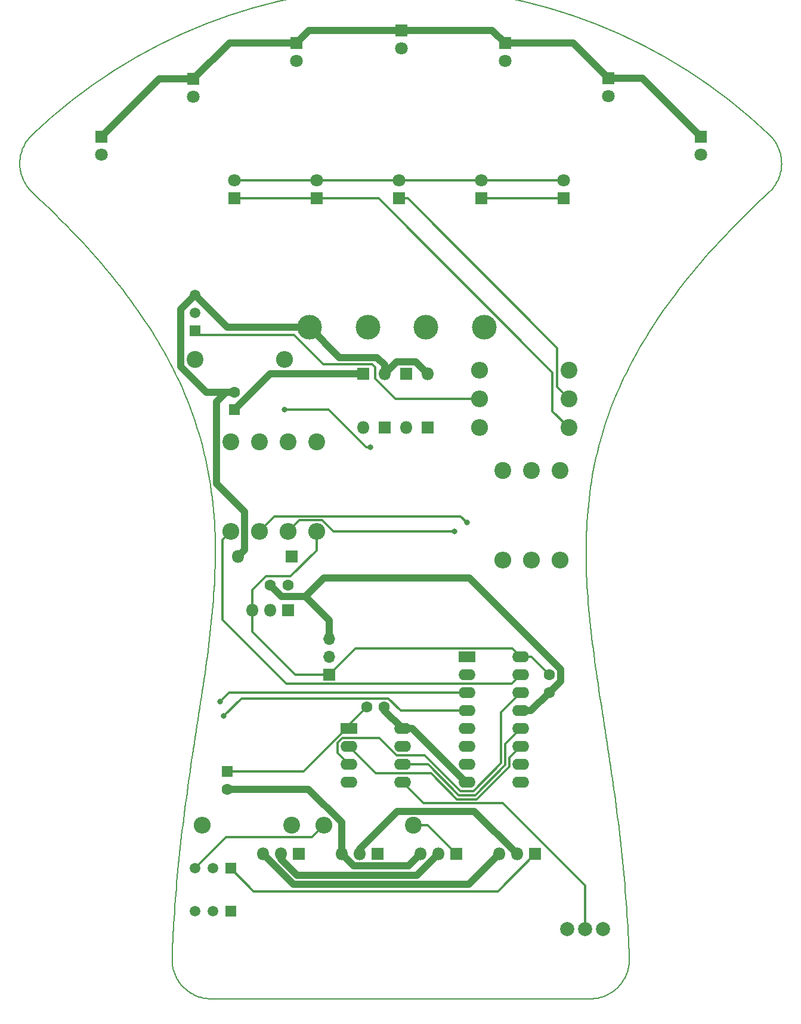
<source format=gbr>
G04 #@! TF.GenerationSoftware,KiCad,Pcbnew,(5.1.6)-1*
G04 #@! TF.CreationDate,2020-08-11T13:40:37+01:00*
G04 #@! TF.ProjectId,controller,636f6e74-726f-46c6-9c65-722e6b696361,rev?*
G04 #@! TF.SameCoordinates,Original*
G04 #@! TF.FileFunction,Copper,L1,Top*
G04 #@! TF.FilePolarity,Positive*
%FSLAX46Y46*%
G04 Gerber Fmt 4.6, Leading zero omitted, Abs format (unit mm)*
G04 Created by KiCad (PCBNEW (5.1.6)-1) date 2020-08-11 13:40:37*
%MOMM*%
%LPD*%
G01*
G04 APERTURE LIST*
G04 #@! TA.AperFunction,Profile*
%ADD10C,0.200000*%
G04 #@! TD*
G04 #@! TA.AperFunction,ComponentPad*
%ADD11R,1.700000X1.700000*%
G04 #@! TD*
G04 #@! TA.AperFunction,ComponentPad*
%ADD12O,1.700000X1.700000*%
G04 #@! TD*
G04 #@! TA.AperFunction,ComponentPad*
%ADD13C,1.600000*%
G04 #@! TD*
G04 #@! TA.AperFunction,ComponentPad*
%ADD14R,1.600000X1.600000*%
G04 #@! TD*
G04 #@! TA.AperFunction,ComponentPad*
%ADD15C,1.800000*%
G04 #@! TD*
G04 #@! TA.AperFunction,ComponentPad*
%ADD16R,1.800000X1.800000*%
G04 #@! TD*
G04 #@! TA.AperFunction,ComponentPad*
%ADD17O,1.800000X1.800000*%
G04 #@! TD*
G04 #@! TA.AperFunction,ComponentPad*
%ADD18C,3.500000*%
G04 #@! TD*
G04 #@! TA.AperFunction,ComponentPad*
%ADD19C,2.000000*%
G04 #@! TD*
G04 #@! TA.AperFunction,ComponentPad*
%ADD20R,1.520000X1.520000*%
G04 #@! TD*
G04 #@! TA.AperFunction,ComponentPad*
%ADD21C,1.520000*%
G04 #@! TD*
G04 #@! TA.AperFunction,ComponentPad*
%ADD22C,2.400000*%
G04 #@! TD*
G04 #@! TA.AperFunction,ComponentPad*
%ADD23O,2.400000X2.400000*%
G04 #@! TD*
G04 #@! TA.AperFunction,ComponentPad*
%ADD24O,2.400000X1.600000*%
G04 #@! TD*
G04 #@! TA.AperFunction,ComponentPad*
%ADD25R,2.400000X1.600000*%
G04 #@! TD*
G04 #@! TA.AperFunction,ViaPad*
%ADD26C,0.800000*%
G04 #@! TD*
G04 #@! TA.AperFunction,Conductor*
%ADD27C,1.000000*%
G04 #@! TD*
G04 #@! TA.AperFunction,Conductor*
%ADD28C,0.300000*%
G04 #@! TD*
G04 #@! TA.AperFunction,Conductor*
%ADD29C,0.350000*%
G04 #@! TD*
G04 APERTURE END LIST*
D10*
X145686549Y-63057868D02*
X145720763Y-62831959D01*
X145720763Y-62831959D02*
X145745701Y-62604626D01*
X145745701Y-62604626D02*
X145761358Y-62376319D01*
X145761358Y-62376319D02*
X145767730Y-62147490D01*
X145767730Y-62147490D02*
X145764815Y-61918591D01*
X145764815Y-61918591D02*
X145752610Y-61690074D01*
X145752610Y-61690074D02*
X145731109Y-61462390D01*
X145731109Y-61462390D02*
X145700312Y-61235991D01*
X62255540Y-145188824D02*
X62142623Y-145934420D01*
X62142623Y-145934420D02*
X62030322Y-146682999D01*
X62030322Y-146682999D02*
X61918730Y-147434623D01*
X61918730Y-147434623D02*
X61807944Y-148189359D01*
X61807944Y-148189359D02*
X61698058Y-148947271D01*
X61698058Y-148947271D02*
X61589167Y-149708424D01*
X61589167Y-149708424D02*
X61481368Y-150472882D01*
X61481368Y-150472882D02*
X61374755Y-151240711D01*
X61374755Y-151240711D02*
X61269423Y-152011975D01*
X61269423Y-152011975D02*
X61165468Y-152786739D01*
X61165468Y-152786739D02*
X61062985Y-153565068D01*
X61062985Y-153565068D02*
X60962069Y-154347027D01*
X60962069Y-154347027D02*
X60862816Y-155132681D01*
X60862816Y-155132681D02*
X60765320Y-155922094D01*
X60765320Y-155922094D02*
X60669677Y-156715331D01*
X60669677Y-156715331D02*
X60575983Y-157512457D01*
X60575983Y-157512457D02*
X60484331Y-158313537D01*
X60484331Y-158313537D02*
X60394819Y-159118636D01*
X60394819Y-159118636D02*
X60307540Y-159927818D01*
X60307540Y-159927818D02*
X60222591Y-160741148D01*
X60222591Y-160741148D02*
X60140066Y-161558692D01*
X60140066Y-161558692D02*
X60060060Y-162380514D01*
X60060060Y-162380514D02*
X59982670Y-163206678D01*
X59982670Y-163206678D02*
X59907989Y-164037251D01*
X59907989Y-164037251D02*
X59836115Y-164872295D01*
X59836115Y-164872295D02*
X59767140Y-165711877D01*
X59767140Y-165711877D02*
X59701162Y-166556061D01*
X59701162Y-166556061D02*
X59638275Y-167404912D01*
X59638275Y-167404912D02*
X59578574Y-168258494D01*
X59578574Y-168258494D02*
X59522155Y-169116873D01*
X59522155Y-169116873D02*
X59469113Y-169980114D01*
X59469113Y-169980114D02*
X59419543Y-170848281D01*
X39356251Y-58051339D02*
G75*
G02*
X144031637Y-58051339I52337693J-54916904D01*
G01*
X59463003Y-176542790D02*
X59530561Y-176757145D01*
X59530561Y-176757145D02*
X59606786Y-176968792D01*
X59606786Y-176968792D02*
X59691491Y-177177341D01*
X59691491Y-177177341D02*
X59784492Y-177382404D01*
X59784492Y-177382404D02*
X59885601Y-177583593D01*
X59885601Y-177583593D02*
X59994634Y-177780519D01*
X59994634Y-177780519D02*
X60111406Y-177972794D01*
X60111406Y-177972794D02*
X60235731Y-178160030D01*
X59419543Y-170848281D02*
X59406402Y-171090143D01*
X59406402Y-171090143D02*
X59393521Y-171332387D01*
X59393521Y-171332387D02*
X59380898Y-171575013D01*
X59380898Y-171575013D02*
X59368535Y-171818022D01*
X59368535Y-171818022D02*
X59356434Y-172061415D01*
X59356434Y-172061415D02*
X59344594Y-172305191D01*
X59344594Y-172305191D02*
X59333017Y-172549353D01*
X59333017Y-172549353D02*
X59321704Y-172793901D01*
X59321704Y-172793901D02*
X59310656Y-173038836D01*
X59310656Y-173038836D02*
X59299873Y-173284158D01*
X59299873Y-173284158D02*
X59289356Y-173529867D01*
X59289356Y-173529867D02*
X59279107Y-173775966D01*
X59279107Y-173775966D02*
X59269127Y-174022454D01*
X59269127Y-174022454D02*
X59259416Y-174269333D01*
X59259416Y-174269333D02*
X59249974Y-174516603D01*
X59249974Y-174516603D02*
X59240805Y-174764265D01*
X123924885Y-176542790D02*
X123983687Y-176325871D01*
X123983687Y-176325871D02*
X124033731Y-176106560D01*
X124033731Y-176106560D02*
X124074964Y-175885282D01*
X124074964Y-175885282D02*
X124107331Y-175662462D01*
X124107331Y-175662462D02*
X124130780Y-175438525D01*
X124130780Y-175438525D02*
X124145257Y-175213896D01*
X124145257Y-175213896D02*
X124150709Y-174989001D01*
X124150709Y-174989001D02*
X124147083Y-174764265D01*
X39417939Y-66216946D02*
X40264668Y-67006040D01*
X40264668Y-67006040D02*
X41094945Y-67792281D01*
X41094945Y-67792281D02*
X41908874Y-68575709D01*
X41908874Y-68575709D02*
X42706561Y-69356363D01*
X42706561Y-69356363D02*
X43488112Y-70134280D01*
X43488112Y-70134280D02*
X44253633Y-70909501D01*
X44253633Y-70909501D02*
X45003229Y-71682063D01*
X45003229Y-71682063D02*
X45737007Y-72452007D01*
X45737007Y-72452007D02*
X46455072Y-73219371D01*
X46455072Y-73219371D02*
X47157531Y-73984193D01*
X47157531Y-73984193D02*
X47844487Y-74746513D01*
X47844487Y-74746513D02*
X48516049Y-75506371D01*
X48516049Y-75506371D02*
X49172321Y-76263803D01*
X49172321Y-76263803D02*
X49813409Y-77018851D01*
X49813409Y-77018851D02*
X50439420Y-77771552D01*
X50439420Y-77771552D02*
X51050458Y-78521946D01*
X51050458Y-78521946D02*
X51646630Y-79270071D01*
X51646630Y-79270071D02*
X52228041Y-80015966D01*
X52228041Y-80015966D02*
X52794798Y-80759671D01*
X52794798Y-80759671D02*
X53347006Y-81501224D01*
X53347006Y-81501224D02*
X53884771Y-82240664D01*
X53884771Y-82240664D02*
X54408198Y-82978030D01*
X54408198Y-82978030D02*
X54917394Y-83713362D01*
X54917394Y-83713362D02*
X55412464Y-84446698D01*
X55412464Y-84446698D02*
X55893515Y-85178076D01*
X55893515Y-85178076D02*
X56360651Y-85907536D01*
X56360651Y-85907536D02*
X56813979Y-86635118D01*
X56813979Y-86635118D02*
X57253605Y-87360859D01*
X57253605Y-87360859D02*
X57679634Y-88084798D01*
X57679634Y-88084798D02*
X58092172Y-88806976D01*
X58092172Y-88806976D02*
X58491326Y-89527430D01*
X58491326Y-89527430D02*
X58877200Y-90246200D01*
X121908070Y-179450288D02*
X122085182Y-179311923D01*
X122085182Y-179311923D02*
X122256719Y-179166392D01*
X122256719Y-179166392D02*
X122422382Y-179014003D01*
X122422382Y-179014003D02*
X122581874Y-178855067D01*
X122581874Y-178855067D02*
X122734896Y-178689892D01*
X122734896Y-178689892D02*
X122881149Y-178518788D01*
X122881149Y-178518788D02*
X123020335Y-178342064D01*
X123020335Y-178342064D02*
X123152157Y-178160030D01*
X118550799Y-180568242D02*
X118775518Y-180563680D01*
X118775518Y-180563680D02*
X119000066Y-180550040D01*
X119000066Y-180550040D02*
X119224018Y-180527390D01*
X119224018Y-180527390D02*
X119446952Y-180495800D01*
X119446952Y-180495800D02*
X119668445Y-180455338D01*
X119668445Y-180455338D02*
X119888074Y-180406074D01*
X119888074Y-180406074D02*
X120105417Y-180348074D01*
X120105417Y-180348074D02*
X120320050Y-180281410D01*
X61479818Y-179450288D02*
X61662400Y-179581349D01*
X61662400Y-179581349D02*
X61850294Y-179705047D01*
X61850294Y-179705047D02*
X62043118Y-179821181D01*
X62043118Y-179821181D02*
X62240490Y-179929551D01*
X62240490Y-179929551D02*
X62442030Y-180029959D01*
X62442030Y-180029959D02*
X62647355Y-180122204D01*
X62647355Y-180122204D02*
X62856085Y-180206088D01*
X62856085Y-180206088D02*
X63067838Y-180281410D01*
X65354190Y-119223991D02*
X65329556Y-120019837D01*
X65329556Y-120019837D02*
X65297695Y-120815483D01*
X65297695Y-120815483D02*
X65258866Y-121611048D01*
X65258866Y-121611048D02*
X65213323Y-122406652D01*
X65213323Y-122406652D02*
X65161325Y-123202416D01*
X65161325Y-123202416D02*
X65103128Y-123998461D01*
X65103128Y-123998461D02*
X65038989Y-124794906D01*
X65038989Y-124794906D02*
X64969164Y-125591874D01*
X64969164Y-125591874D02*
X64893911Y-126389483D01*
X64893911Y-126389483D02*
X64813486Y-127187855D01*
X64813486Y-127187855D02*
X64728146Y-127987109D01*
X64728146Y-127987109D02*
X64638148Y-128787368D01*
X64638148Y-128787368D02*
X64543750Y-129588750D01*
X64543750Y-129588750D02*
X64445206Y-130391377D01*
X64445206Y-130391377D02*
X64342776Y-131195368D01*
X64342776Y-131195368D02*
X64236715Y-132000846D01*
X64236715Y-132000846D02*
X64127279Y-132807929D01*
X64127279Y-132807929D02*
X64014727Y-133616738D01*
X64014727Y-133616738D02*
X63899315Y-134427395D01*
X63899315Y-134427395D02*
X63781299Y-135240018D01*
X63781299Y-135240018D02*
X63660937Y-136054730D01*
X63660937Y-136054730D02*
X63538485Y-136871650D01*
X63538485Y-136871650D02*
X63414201Y-137690900D01*
X63414201Y-137690900D02*
X63288340Y-138512598D01*
X63288340Y-138512598D02*
X63161160Y-139336867D01*
X63161160Y-139336867D02*
X63032918Y-140163825D01*
X63032918Y-140163825D02*
X62903871Y-140993595D01*
X62903871Y-140993595D02*
X62774274Y-141826296D01*
X62774274Y-141826296D02*
X62644386Y-142662049D01*
X62644386Y-142662049D02*
X62514463Y-143500974D01*
X62514463Y-143500974D02*
X62384762Y-144343192D01*
X62384762Y-144343192D02*
X62255540Y-145188824D01*
X122138302Y-95298900D02*
X122437237Y-94586586D01*
X122437237Y-94586586D02*
X122748557Y-93872817D01*
X122748557Y-93872817D02*
X123072389Y-93157555D01*
X123072389Y-93157555D02*
X123408857Y-92440760D01*
X123408857Y-92440760D02*
X123758089Y-91722391D01*
X123758089Y-91722391D02*
X124120210Y-91002411D01*
X124120210Y-91002411D02*
X124495346Y-90280778D01*
X124495346Y-90280778D02*
X124883623Y-89557455D01*
X124883623Y-89557455D02*
X125285168Y-88832400D01*
X125285168Y-88832400D02*
X125700106Y-88105575D01*
X125700106Y-88105575D02*
X126128564Y-87376940D01*
X126128564Y-87376940D02*
X126570668Y-86646456D01*
X126570668Y-86646456D02*
X127026543Y-85914083D01*
X127026543Y-85914083D02*
X127496316Y-85179782D01*
X127496316Y-85179782D02*
X127980112Y-84443512D01*
X127980112Y-84443512D02*
X128478059Y-83705235D01*
X128478059Y-83705235D02*
X128990281Y-82964912D01*
X128990281Y-82964912D02*
X129516906Y-82222502D01*
X129516906Y-82222502D02*
X130058058Y-81477966D01*
X130058058Y-81477966D02*
X130613865Y-80731264D01*
X130613865Y-80731264D02*
X131184451Y-79982358D01*
X131184451Y-79982358D02*
X131769944Y-79231207D01*
X131769944Y-79231207D02*
X132370470Y-78477772D01*
X132370470Y-78477772D02*
X132986153Y-77722014D01*
X132986153Y-77722014D02*
X133617121Y-76963893D01*
X133617121Y-76963893D02*
X134263499Y-76203369D01*
X134263499Y-76203369D02*
X134925414Y-75440404D01*
X134925414Y-75440404D02*
X135602992Y-74674957D01*
X135602992Y-74674957D02*
X136296358Y-73906989D01*
X136296358Y-73906989D02*
X137005639Y-73136460D01*
X137005639Y-73136460D02*
X137730961Y-72363332D01*
X137730961Y-72363332D02*
X138472450Y-71587564D01*
X120320050Y-180281410D02*
X120531802Y-180206088D01*
X120531802Y-180206088D02*
X120740532Y-180122204D01*
X120740532Y-180122204D02*
X120945857Y-180029959D01*
X120945857Y-180029959D02*
X121147397Y-179929551D01*
X121147397Y-179929551D02*
X121344769Y-179821181D01*
X121344769Y-179821181D02*
X121537593Y-179705047D01*
X121537593Y-179705047D02*
X121725487Y-179581349D01*
X121725487Y-179581349D02*
X121908070Y-179450288D01*
X118155210Y-122056872D02*
X118110681Y-121235843D01*
X118110681Y-121235843D02*
X118073652Y-120414529D01*
X118073652Y-120414529D02*
X118044463Y-119592862D01*
X118044463Y-119592862D02*
X118023454Y-118770772D01*
X118023454Y-118770772D02*
X118010966Y-117948190D01*
X118010966Y-117948190D02*
X118007338Y-117125045D01*
X118007338Y-117125045D02*
X118012911Y-116301270D01*
X118012911Y-116301270D02*
X118028026Y-115476794D01*
X118028026Y-115476794D02*
X118053024Y-114651548D01*
X118053024Y-114651548D02*
X118088243Y-113825463D01*
X118088243Y-113825463D02*
X118134026Y-112998469D01*
X118134026Y-112998469D02*
X118190711Y-112170498D01*
X118190711Y-112170498D02*
X118258640Y-111341479D01*
X118258640Y-111341479D02*
X118338154Y-110511343D01*
X118338154Y-110511343D02*
X118429591Y-109680022D01*
X118429591Y-109680022D02*
X118533294Y-108847445D01*
X118533294Y-108847445D02*
X118649601Y-108013544D01*
X118649601Y-108013544D02*
X118778854Y-107178248D01*
X118778854Y-107178248D02*
X118921393Y-106341489D01*
X118921393Y-106341489D02*
X119077559Y-105503198D01*
X119077559Y-105503198D02*
X119247691Y-104663304D01*
X119247691Y-104663304D02*
X119432130Y-103821739D01*
X119432130Y-103821739D02*
X119631217Y-102978433D01*
X119631217Y-102978433D02*
X119845292Y-102133317D01*
X119845292Y-102133317D02*
X120074695Y-101286321D01*
X120074695Y-101286321D02*
X120319767Y-100437376D01*
X120319767Y-100437376D02*
X120580847Y-99586414D01*
X120580847Y-99586414D02*
X120858278Y-98733363D01*
X120858278Y-98733363D02*
X121152398Y-97878156D01*
X121152398Y-97878156D02*
X121463548Y-97020723D01*
X121463548Y-97020723D02*
X121792069Y-96160994D01*
X121792069Y-96160994D02*
X122138302Y-95298900D01*
X37701339Y-63057868D02*
X37744850Y-63282172D01*
X37744850Y-63282172D02*
X37797579Y-63504710D01*
X37797579Y-63504710D02*
X37859378Y-63725054D01*
X37859378Y-63725054D02*
X37930099Y-63942778D01*
X37930099Y-63942778D02*
X38009593Y-64157454D01*
X38009593Y-64157454D02*
X38097711Y-64368654D01*
X38097711Y-64368654D02*
X38194305Y-64575952D01*
X38194305Y-64575952D02*
X38299226Y-64778921D01*
X121633344Y-148544940D02*
X121505377Y-147674690D01*
X121505377Y-147674690D02*
X121376138Y-146808436D01*
X121376138Y-146808436D02*
X121245879Y-145946053D01*
X121245879Y-145946053D02*
X121114852Y-145087416D01*
X121114852Y-145087416D02*
X120983307Y-144232398D01*
X120983307Y-144232398D02*
X120851497Y-143380875D01*
X120851497Y-143380875D02*
X120719672Y-142532721D01*
X120719672Y-142532721D02*
X120588085Y-141687811D01*
X120588085Y-141687811D02*
X120456988Y-140846018D01*
X120456988Y-140846018D02*
X120326630Y-140007218D01*
X120326630Y-140007218D02*
X120197265Y-139171286D01*
X120197265Y-139171286D02*
X120069143Y-138338095D01*
X120069143Y-138338095D02*
X119942516Y-137507520D01*
X119942516Y-137507520D02*
X119817636Y-136679437D01*
X119817636Y-136679437D02*
X119694754Y-135853719D01*
X119694754Y-135853719D02*
X119574122Y-135030241D01*
X119574122Y-135030241D02*
X119455991Y-134208877D01*
X119455991Y-134208877D02*
X119340613Y-133389503D01*
X119340613Y-133389503D02*
X119228239Y-132571992D01*
X119228239Y-132571992D02*
X119119121Y-131756219D01*
X119119121Y-131756219D02*
X119013510Y-130942060D01*
X119013510Y-130942060D02*
X118911658Y-130129387D01*
X118911658Y-130129387D02*
X118813816Y-129318077D01*
X118813816Y-129318077D02*
X118720236Y-128508003D01*
X118720236Y-128508003D02*
X118631170Y-127699040D01*
X118631170Y-127699040D02*
X118546868Y-126891063D01*
X118546868Y-126891063D02*
X118467583Y-126083946D01*
X118467583Y-126083946D02*
X118393566Y-125277563D01*
X118393566Y-125277563D02*
X118325069Y-124471790D01*
X118325069Y-124471790D02*
X118262343Y-123666501D01*
X118262343Y-123666501D02*
X118205639Y-122861570D01*
X118205639Y-122861570D02*
X118155210Y-122056872D01*
X59240805Y-174764265D02*
X59237178Y-174989001D01*
X59237178Y-174989001D02*
X59242630Y-175213896D01*
X59242630Y-175213896D02*
X59257107Y-175438525D01*
X59257107Y-175438525D02*
X59280556Y-175662462D01*
X59280556Y-175662462D02*
X59312923Y-175885282D01*
X59312923Y-175885282D02*
X59354156Y-176106560D01*
X59354156Y-176106560D02*
X59404200Y-176325871D01*
X59404200Y-176325871D02*
X59463003Y-176542790D01*
X39356251Y-58051339D02*
X39194128Y-58212362D01*
X39194128Y-58212362D02*
X39038611Y-58380054D01*
X39038611Y-58380054D02*
X38889970Y-58554055D01*
X38889970Y-58554055D02*
X38748477Y-58734004D01*
X38748477Y-58734004D02*
X38614401Y-58919543D01*
X38614401Y-58919543D02*
X38488014Y-59110312D01*
X38488014Y-59110312D02*
X38369587Y-59305951D01*
X38369587Y-59305951D02*
X38259391Y-59506101D01*
X138472450Y-71587564D02*
X138632794Y-71421659D01*
X138632794Y-71421659D02*
X138793871Y-71255632D01*
X138793871Y-71255632D02*
X138955681Y-71089485D01*
X138955681Y-71089485D02*
X139118226Y-70923215D01*
X139118226Y-70923215D02*
X139281505Y-70756822D01*
X139281505Y-70756822D02*
X139445519Y-70590308D01*
X139445519Y-70590308D02*
X139610269Y-70423670D01*
X139610269Y-70423670D02*
X139775755Y-70256909D01*
X139775755Y-70256909D02*
X139941979Y-70090025D01*
X139941979Y-70090025D02*
X140108940Y-69923017D01*
X140108940Y-69923017D02*
X140276639Y-69755885D01*
X140276639Y-69755885D02*
X140445077Y-69588629D01*
X140445077Y-69588629D02*
X140614255Y-69421248D01*
X140614255Y-69421248D02*
X140784173Y-69253742D01*
X140784173Y-69253742D02*
X140954831Y-69086111D01*
X140954831Y-69086111D02*
X141126231Y-68918355D01*
X141126231Y-68918355D02*
X141298373Y-68750472D01*
X141298373Y-68750472D02*
X141471258Y-68582464D01*
X141471258Y-68582464D02*
X141644885Y-68414329D01*
X141644885Y-68414329D02*
X141819256Y-68246068D01*
X141819256Y-68246068D02*
X141994372Y-68077680D01*
X141994372Y-68077680D02*
X142170233Y-67909164D01*
X142170233Y-67909164D02*
X142346839Y-67740521D01*
X142346839Y-67740521D02*
X142524191Y-67571750D01*
X142524191Y-67571750D02*
X142702291Y-67402851D01*
X142702291Y-67402851D02*
X142881137Y-67233823D01*
X142881137Y-67233823D02*
X143060732Y-67064667D01*
X143060732Y-67064667D02*
X143241076Y-66895382D01*
X143241076Y-66895382D02*
X143422168Y-66725968D01*
X143422168Y-66725968D02*
X143604011Y-66556424D01*
X143604011Y-66556424D02*
X143786604Y-66386750D01*
X143786604Y-66386750D02*
X143969949Y-66216946D01*
X38299226Y-64778921D02*
X38412433Y-64977383D01*
X38412433Y-64977383D02*
X38533802Y-65171210D01*
X38533802Y-65171210D02*
X38663057Y-65360048D01*
X38663057Y-65360048D02*
X38799920Y-65543540D01*
X38799920Y-65543540D02*
X38944116Y-65721331D01*
X38944116Y-65721331D02*
X39095369Y-65893066D01*
X39095369Y-65893066D02*
X39253402Y-66058390D01*
X39253402Y-66058390D02*
X39417939Y-66216946D01*
X123152157Y-178160030D02*
X123276481Y-177972794D01*
X123276481Y-177972794D02*
X123393253Y-177780519D01*
X123393253Y-177780519D02*
X123502286Y-177583593D01*
X123502286Y-177583593D02*
X123603396Y-177382404D01*
X123603396Y-177382404D02*
X123696396Y-177177341D01*
X123696396Y-177177341D02*
X123781101Y-176968792D01*
X123781101Y-176968792D02*
X123857326Y-176757145D01*
X123857326Y-176757145D02*
X123924885Y-176542790D01*
X145700312Y-61235991D02*
X145660194Y-61011054D01*
X145660194Y-61011054D02*
X145610833Y-60787745D01*
X145610833Y-60787745D02*
X145552370Y-60566492D01*
X145552370Y-60566492D02*
X145484947Y-60347725D01*
X145484947Y-60347725D02*
X145408706Y-60131872D01*
X145408706Y-60131872D02*
X145323789Y-59919365D01*
X145323789Y-59919365D02*
X145230339Y-59710631D01*
X145230339Y-59710631D02*
X145128497Y-59506101D01*
X143969949Y-66216946D02*
X144134485Y-66058390D01*
X144134485Y-66058390D02*
X144292518Y-65893066D01*
X144292518Y-65893066D02*
X144443771Y-65721331D01*
X144443771Y-65721331D02*
X144587967Y-65543540D01*
X144587967Y-65543540D02*
X144724830Y-65360048D01*
X144724830Y-65360048D02*
X144854085Y-65171210D01*
X144854085Y-65171210D02*
X144975454Y-64977383D01*
X144975454Y-64977383D02*
X145088662Y-64778921D01*
X124147083Y-174764265D02*
X124112697Y-173874737D01*
X124112697Y-173874737D02*
X124074630Y-172990324D01*
X124074630Y-172990324D02*
X124032963Y-172110969D01*
X124032963Y-172110969D02*
X123987780Y-171236612D01*
X123987780Y-171236612D02*
X123939164Y-170367193D01*
X123939164Y-170367193D02*
X123887199Y-169502656D01*
X123887199Y-169502656D02*
X123831968Y-168642939D01*
X123831968Y-168642939D02*
X123773554Y-167787986D01*
X123773554Y-167787986D02*
X123712041Y-166937736D01*
X123712041Y-166937736D02*
X123647511Y-166092131D01*
X123647511Y-166092131D02*
X123580048Y-165251113D01*
X123580048Y-165251113D02*
X123509736Y-164414622D01*
X123509736Y-164414622D02*
X123436658Y-163582599D01*
X123436658Y-163582599D02*
X123360896Y-162754986D01*
X123360896Y-162754986D02*
X123282535Y-161931724D01*
X123282535Y-161931724D02*
X123201657Y-161112754D01*
X123201657Y-161112754D02*
X123118346Y-160298017D01*
X123118346Y-160298017D02*
X123032685Y-159487455D01*
X123032685Y-159487455D02*
X122944758Y-158681008D01*
X122944758Y-158681008D02*
X122854647Y-157878617D01*
X122854647Y-157878617D02*
X122762437Y-157080225D01*
X122762437Y-157080225D02*
X122668209Y-156285771D01*
X122668209Y-156285771D02*
X122572049Y-155495198D01*
X122572049Y-155495198D02*
X122474038Y-154708446D01*
X122474038Y-154708446D02*
X122374260Y-153925457D01*
X122374260Y-153925457D02*
X122272799Y-153146171D01*
X122272799Y-153146171D02*
X122169738Y-152370530D01*
X122169738Y-152370530D02*
X122065160Y-151598475D01*
X122065160Y-151598475D02*
X121959148Y-150829948D01*
X121959148Y-150829948D02*
X121851786Y-150064888D01*
X121851786Y-150064888D02*
X121743156Y-149303239D01*
X121743156Y-149303239D02*
X121633344Y-148544940D01*
X145128497Y-59506101D02*
X145018300Y-59305951D01*
X145018300Y-59305951D02*
X144899873Y-59110312D01*
X144899873Y-59110312D02*
X144773486Y-58919543D01*
X144773486Y-58919543D02*
X144639410Y-58734004D01*
X144639410Y-58734004D02*
X144497917Y-58554055D01*
X144497917Y-58554055D02*
X144349276Y-58380054D01*
X144349276Y-58380054D02*
X144193759Y-58212362D01*
X144193759Y-58212362D02*
X144031637Y-58051339D01*
X38259391Y-59506101D02*
X38157548Y-59710631D01*
X38157548Y-59710631D02*
X38064098Y-59919365D01*
X38064098Y-59919365D02*
X37979181Y-60131872D01*
X37979181Y-60131872D02*
X37902940Y-60347725D01*
X37902940Y-60347725D02*
X37835517Y-60566492D01*
X37835517Y-60566492D02*
X37777054Y-60787745D01*
X37777054Y-60787745D02*
X37727693Y-61011054D01*
X37727693Y-61011054D02*
X37687576Y-61235991D01*
X37687576Y-61235991D02*
X37656778Y-61462390D01*
X37656778Y-61462390D02*
X37635277Y-61690074D01*
X37635277Y-61690074D02*
X37623072Y-61918591D01*
X37623072Y-61918591D02*
X37620157Y-62147490D01*
X37620157Y-62147490D02*
X37626529Y-62376319D01*
X37626529Y-62376319D02*
X37642186Y-62604626D01*
X37642186Y-62604626D02*
X37667124Y-62831959D01*
X37667124Y-62831959D02*
X37701339Y-63057868D01*
X64837089Y-180568242D02*
X118550799Y-180568242D01*
X63067838Y-180281410D02*
X63282470Y-180348074D01*
X63282470Y-180348074D02*
X63499813Y-180406074D01*
X63499813Y-180406074D02*
X63719442Y-180455338D01*
X63719442Y-180455338D02*
X63940935Y-180495800D01*
X63940935Y-180495800D02*
X64163869Y-180527390D01*
X64163869Y-180527390D02*
X64387821Y-180550040D01*
X64387821Y-180550040D02*
X64612369Y-180563680D01*
X64612369Y-180563680D02*
X64837089Y-180568242D01*
X145088662Y-64778921D02*
X145193582Y-64575952D01*
X145193582Y-64575952D02*
X145290176Y-64368654D01*
X145290176Y-64368654D02*
X145378294Y-64157454D01*
X145378294Y-64157454D02*
X145457788Y-63942778D01*
X145457788Y-63942778D02*
X145528509Y-63725054D01*
X145528509Y-63725054D02*
X145590308Y-63504710D01*
X145590308Y-63504710D02*
X145643037Y-63282172D01*
X145643037Y-63282172D02*
X145686549Y-63057868D01*
X60235731Y-178160030D02*
X60367552Y-178342064D01*
X60367552Y-178342064D02*
X60506738Y-178518788D01*
X60506738Y-178518788D02*
X60652991Y-178689892D01*
X60652991Y-178689892D02*
X60806013Y-178855067D01*
X60806013Y-178855067D02*
X60965505Y-179014003D01*
X60965505Y-179014003D02*
X61131168Y-179166392D01*
X61131168Y-179166392D02*
X61302705Y-179311923D01*
X61302705Y-179311923D02*
X61479818Y-179450288D01*
X58877200Y-90246200D02*
X59363340Y-91186366D01*
X59363340Y-91186366D02*
X59827105Y-92123562D01*
X59827105Y-92123562D02*
X60268902Y-93057862D01*
X60268902Y-93057862D02*
X60689138Y-93989339D01*
X60689138Y-93989339D02*
X61088220Y-94918068D01*
X61088220Y-94918068D02*
X61466555Y-95844122D01*
X61466555Y-95844122D02*
X61824550Y-96767574D01*
X61824550Y-96767574D02*
X62162611Y-97688498D01*
X62162611Y-97688498D02*
X62481146Y-98606969D01*
X62481146Y-98606969D02*
X62780562Y-99523059D01*
X62780562Y-99523059D02*
X63061265Y-100436842D01*
X63061265Y-100436842D02*
X63323663Y-101348392D01*
X63323663Y-101348392D02*
X63568162Y-102257784D01*
X63568162Y-102257784D02*
X63795170Y-103165090D01*
X63795170Y-103165090D02*
X64005093Y-104070384D01*
X64005093Y-104070384D02*
X64198339Y-104973739D01*
X64198339Y-104973739D02*
X64375314Y-105875231D01*
X64375314Y-105875231D02*
X64536425Y-106774932D01*
X64536425Y-106774932D02*
X64682080Y-107672915D01*
X64682080Y-107672915D02*
X64812684Y-108569256D01*
X64812684Y-108569256D02*
X64928646Y-109464027D01*
X64928646Y-109464027D02*
X65030372Y-110357301D01*
X65030372Y-110357301D02*
X65118269Y-111249154D01*
X65118269Y-111249154D02*
X65192744Y-112139658D01*
X65192744Y-112139658D02*
X65254205Y-113028888D01*
X65254205Y-113028888D02*
X65303057Y-113916916D01*
X65303057Y-113916916D02*
X65339708Y-114803817D01*
X65339708Y-114803817D02*
X65364564Y-115689664D01*
X65364564Y-115689664D02*
X65378034Y-116574532D01*
X65378034Y-116574532D02*
X65380524Y-117458493D01*
X65380524Y-117458493D02*
X65372440Y-118341621D01*
X65372440Y-118341621D02*
X65354190Y-119223991D01*
D11*
X81534000Y-134620000D03*
D12*
X81534000Y-132080000D03*
X81534000Y-129540000D03*
D13*
X73192000Y-121920000D03*
X75692000Y-121920000D03*
D14*
X68072000Y-97028000D03*
D13*
X68072000Y-94528000D03*
X112776000Y-134620000D03*
X112776000Y-137120000D03*
X67056000Y-150836000D03*
D14*
X67056000Y-148336000D03*
D13*
X89368000Y-139192000D03*
X86868000Y-139192000D03*
D15*
X91440000Y-64516000D03*
D16*
X91440000Y-67056000D03*
D17*
X68580000Y-117856000D03*
D16*
X76200000Y-117856000D03*
D15*
X49174400Y-60858400D03*
D16*
X49174400Y-58318400D03*
X62280800Y-50114200D03*
D15*
X62280800Y-52654200D03*
X76885800Y-47523400D03*
D16*
X76885800Y-44983400D03*
D15*
X106502200Y-47599600D03*
D16*
X106502200Y-45059600D03*
X121132600Y-50038000D03*
D15*
X121132600Y-52578000D03*
X134289800Y-60833000D03*
D16*
X134289800Y-58293000D03*
D17*
X92456000Y-99568000D03*
D16*
X92456000Y-91948000D03*
D15*
X114808000Y-64516000D03*
D16*
X114808000Y-67056000D03*
X95504000Y-99568000D03*
D17*
X95504000Y-91948000D03*
D16*
X68072000Y-67056000D03*
D15*
X68072000Y-64516000D03*
D17*
X86360000Y-99568000D03*
D16*
X86360000Y-91948000D03*
X89408000Y-99568000D03*
D17*
X89408000Y-91948000D03*
D16*
X103124000Y-67056000D03*
D15*
X103124000Y-64516000D03*
X91770200Y-45770800D03*
D16*
X91770200Y-43230800D03*
X79756000Y-67056000D03*
D15*
X79756000Y-64516000D03*
D18*
X78740000Y-85344000D03*
X87010000Y-85344000D03*
X95280000Y-85344000D03*
X103550000Y-85344000D03*
D19*
X115316000Y-170688000D03*
X120396000Y-170688000D03*
X117856000Y-170688000D03*
D16*
X77216000Y-160020000D03*
D17*
X74676000Y-160020000D03*
X72136000Y-160020000D03*
X105664000Y-160020000D03*
X108204000Y-160020000D03*
D16*
X110744000Y-160020000D03*
D20*
X67564000Y-168148000D03*
D21*
X62484000Y-168148000D03*
X65024000Y-168148000D03*
X65024000Y-162052000D03*
X62484000Y-162052000D03*
D20*
X67564000Y-162052000D03*
D17*
X94488000Y-160020000D03*
X97028000Y-160020000D03*
D16*
X99568000Y-160020000D03*
X88392000Y-160020000D03*
D17*
X85852000Y-160020000D03*
X83312000Y-160020000D03*
D20*
X62484000Y-85852000D03*
D21*
X62484000Y-80772000D03*
X62484000Y-83312000D03*
D22*
X115570000Y-99568000D03*
D23*
X102870000Y-99568000D03*
D22*
X115570000Y-95504000D03*
D23*
X102870000Y-95504000D03*
X102870000Y-91440000D03*
D22*
X115570000Y-91440000D03*
D23*
X63500000Y-155956000D03*
D22*
X76200000Y-155956000D03*
X93472000Y-155956000D03*
D23*
X80772000Y-155956000D03*
X67564000Y-114300000D03*
D22*
X67564000Y-101600000D03*
D23*
X71628000Y-114300000D03*
D22*
X71628000Y-101600000D03*
X75692000Y-101600000D03*
D23*
X75692000Y-114300000D03*
X106172000Y-118364000D03*
D22*
X106172000Y-105664000D03*
X110236000Y-105664000D03*
D23*
X110236000Y-118364000D03*
X114300000Y-118364000D03*
D22*
X114300000Y-105664000D03*
D23*
X75184000Y-89916000D03*
D22*
X62484000Y-89916000D03*
X79756000Y-101600000D03*
D23*
X79756000Y-114300000D03*
D17*
X70612000Y-125476000D03*
X73152000Y-125476000D03*
D16*
X75692000Y-125476000D03*
D24*
X91948000Y-142240000D03*
X84328000Y-149860000D03*
X91948000Y-144780000D03*
X84328000Y-147320000D03*
X91948000Y-147320000D03*
X84328000Y-144780000D03*
X91948000Y-149860000D03*
D25*
X84328000Y-142240000D03*
D24*
X108712000Y-132080000D03*
X101092000Y-149860000D03*
X108712000Y-134620000D03*
X101092000Y-147320000D03*
X108712000Y-137160000D03*
X101092000Y-144780000D03*
X108712000Y-139700000D03*
X101092000Y-142240000D03*
X108712000Y-142240000D03*
X101092000Y-139700000D03*
X108712000Y-144780000D03*
X101092000Y-137160000D03*
X108712000Y-147320000D03*
X101092000Y-134620000D03*
X108712000Y-149860000D03*
D25*
X101092000Y-132080000D03*
D26*
X66548000Y-140462000D03*
X66040000Y-138430000D03*
X101092000Y-113030000D03*
X99314000Y-114300000D03*
X87376000Y-102362000D03*
X75184000Y-97028000D03*
D27*
X91108001Y-90247999D02*
X89408000Y-91948000D01*
X93803999Y-90247999D02*
X91108001Y-90247999D01*
X95504000Y-91948000D02*
X93803999Y-90247999D01*
X67056000Y-85344000D02*
X62484000Y-80772000D01*
X78740000Y-85344000D02*
X67056000Y-85344000D01*
X60483999Y-82772001D02*
X62484000Y-80772000D01*
X64135998Y-94528000D02*
X60483999Y-90876001D01*
X60483999Y-90876001D02*
X60483999Y-82772001D01*
X68072000Y-94528000D02*
X64135998Y-94528000D01*
X78638400Y-43230800D02*
X76885800Y-44983400D01*
X91770200Y-43230800D02*
X78638400Y-43230800D01*
X67411600Y-44983400D02*
X62280800Y-50114200D01*
X76885800Y-44983400D02*
X67411600Y-44983400D01*
X57378600Y-50114200D02*
X49174400Y-58318400D01*
X62280800Y-50114200D02*
X57378600Y-50114200D01*
X104673400Y-43230800D02*
X106502200Y-45059600D01*
X91770200Y-43230800D02*
X104673400Y-43230800D01*
X116154200Y-45059600D02*
X121132600Y-50038000D01*
X106502200Y-45059600D02*
X116154200Y-45059600D01*
X126034800Y-50038000D02*
X134289800Y-58293000D01*
X121132600Y-50038000D02*
X126034800Y-50038000D01*
X89408000Y-90675208D02*
X89408000Y-91948000D01*
X78740000Y-85344000D02*
X82993988Y-89597988D01*
X88330780Y-89597988D02*
X89408000Y-90675208D01*
X82993988Y-89597988D02*
X88330780Y-89597988D01*
X78155999Y-123520001D02*
X80772000Y-120904000D01*
X74792001Y-123520001D02*
X78155999Y-123520001D01*
X73192000Y-121920000D02*
X74792001Y-123520001D01*
X69564001Y-116871999D02*
X68580000Y-117856000D01*
X69564001Y-111483533D02*
X69564001Y-116871999D01*
X65563999Y-95904631D02*
X65563999Y-107483531D01*
X65563999Y-107483531D02*
X69564001Y-111483533D01*
X66940630Y-94528000D02*
X65563999Y-95904631D01*
X68072000Y-94528000D02*
X66940630Y-94528000D01*
X110196000Y-139700000D02*
X112776000Y-137120000D01*
X108712000Y-139700000D02*
X110196000Y-139700000D01*
X114376001Y-135519999D02*
X112776000Y-137120000D01*
X114376001Y-133851999D02*
X114376001Y-135519999D01*
X101428002Y-120904000D02*
X114376001Y-133851999D01*
X80772000Y-120904000D02*
X101428002Y-120904000D01*
X89368000Y-139660000D02*
X91948000Y-142240000D01*
X89368000Y-139192000D02*
X89368000Y-139660000D01*
X83312000Y-155535998D02*
X83312000Y-160020000D01*
X78612002Y-150836000D02*
X83312000Y-155535998D01*
X67056000Y-150836000D02*
X78612002Y-150836000D01*
X92787999Y-161720001D02*
X94488000Y-160020000D01*
X85035999Y-161720001D02*
X92787999Y-161720001D01*
X83335998Y-160020000D02*
X85035999Y-161720001D01*
X83312000Y-160020000D02*
X83335998Y-160020000D01*
X93291518Y-142240000D02*
X91948000Y-142240000D01*
X100911518Y-149860000D02*
X93291518Y-142240000D01*
X101092000Y-149860000D02*
X100911518Y-149860000D01*
X81534000Y-126898002D02*
X78155999Y-123520001D01*
X81534000Y-129540000D02*
X81534000Y-126898002D01*
D28*
X68072000Y-64516000D02*
X79756000Y-64516000D01*
X79756000Y-64516000D02*
X91440000Y-64516000D01*
X91440000Y-64516000D02*
X103124000Y-64516000D01*
X103124000Y-64516000D02*
X114808000Y-64516000D01*
X84328000Y-141732000D02*
X86868000Y-139192000D01*
X84328000Y-142240000D02*
X84328000Y-141732000D01*
X70612000Y-122612998D02*
X70612000Y-125476000D01*
X72579999Y-120644999D02*
X70612000Y-122612998D01*
X76066003Y-120644999D02*
X72579999Y-120644999D01*
X79756000Y-116955002D02*
X76066003Y-120644999D01*
X79756000Y-114300000D02*
X79756000Y-116955002D01*
X110236000Y-132080000D02*
X112776000Y-134620000D01*
X108712000Y-132080000D02*
X110236000Y-132080000D01*
X83993097Y-142240000D02*
X84328000Y-142240000D01*
X67056000Y-148336000D02*
X77897097Y-148336000D01*
X77897097Y-148336000D02*
X83993097Y-142240000D01*
X85274001Y-130879999D02*
X81534000Y-134620000D01*
X107511999Y-130879999D02*
X85274001Y-130879999D01*
X108712000Y-132080000D02*
X107511999Y-130879999D01*
X70612000Y-125476000D02*
X70612000Y-128524000D01*
X76708000Y-134620000D02*
X81534000Y-134620000D01*
X70612000Y-128524000D02*
X76708000Y-134620000D01*
X103124000Y-67056000D02*
X114808000Y-67056000D01*
X68072000Y-67056000D02*
X79756000Y-67056000D01*
X88555002Y-67056000D02*
X79756000Y-67056000D01*
X113244988Y-91745986D02*
X88555002Y-67056000D01*
X113244988Y-97242988D02*
X113244988Y-91745986D01*
X115570000Y-99568000D02*
X113244988Y-97242988D01*
D27*
X91215999Y-153955999D02*
X85852000Y-159319998D01*
X102139999Y-153955999D02*
X91215999Y-153955999D01*
X85852000Y-159319998D02*
X85852000Y-160020000D01*
X108204000Y-160020000D02*
X102139999Y-153955999D01*
X76976010Y-163020012D02*
X94027988Y-163020012D01*
X74676000Y-160020000D02*
X74676000Y-160720002D01*
X94027988Y-163020012D02*
X97028000Y-160020000D01*
X74676000Y-160720002D02*
X76976010Y-163020012D01*
D28*
X91948000Y-149860000D02*
X94898041Y-152810041D01*
X117856000Y-164476998D02*
X117856000Y-170688000D01*
X106189043Y-152810041D02*
X117856000Y-164476998D01*
X94898041Y-152810041D02*
X106189043Y-152810041D01*
X89968001Y-137941999D02*
X69068001Y-137941999D01*
X69068001Y-137941999D02*
X66548000Y-140462000D01*
X101092000Y-139700000D02*
X91726002Y-139700000D01*
X91726002Y-139700000D02*
X89968001Y-137941999D01*
X70807033Y-165295033D02*
X67564000Y-162052000D01*
X105468967Y-165295033D02*
X70807033Y-165295033D01*
X110744000Y-160020000D02*
X105468967Y-165295033D01*
X101092000Y-137160000D02*
X67310000Y-137160000D01*
X67310000Y-137160000D02*
X66040000Y-138430000D01*
X107461999Y-135870001D02*
X75418001Y-135870001D01*
X108712000Y-134620000D02*
X107461999Y-135870001D01*
X66364001Y-115499999D02*
X67564000Y-114300000D01*
X66364001Y-126816001D02*
X66364001Y-115499999D01*
X75418001Y-135870001D02*
X66364001Y-126816001D01*
X105961969Y-139910031D02*
X108712000Y-137160000D01*
X100174229Y-151110010D02*
X102009771Y-151110010D01*
X102009771Y-151110010D02*
X105961969Y-147157812D01*
X95114219Y-146050000D02*
X100174229Y-151110010D01*
X91120930Y-146050000D02*
X95114219Y-146050000D01*
X105961969Y-147157812D02*
X105961969Y-139910031D01*
X88650920Y-143579990D02*
X91120930Y-146050000D01*
X82727990Y-145719990D02*
X82727990Y-144282940D01*
X84328000Y-147320000D02*
X82727990Y-145719990D01*
X83430940Y-143579990D02*
X88650920Y-143579990D01*
X82727990Y-144282940D02*
X83430940Y-143579990D01*
D29*
X106536980Y-144415020D02*
X108712000Y-142240000D01*
X106536980Y-147395989D02*
X106536980Y-144415020D01*
X102247949Y-151685020D02*
X106536980Y-147395989D01*
X95571031Y-147320000D02*
X99936052Y-151685021D01*
X91948000Y-147320000D02*
X95571031Y-147320000D01*
X99936052Y-151685021D02*
X102247949Y-151685020D01*
D28*
X99697875Y-152260032D02*
X102486127Y-152260030D01*
X102486127Y-152260030D02*
X107111991Y-147634166D01*
X107111991Y-146380009D02*
X108712000Y-144780000D01*
X96027843Y-148590000D02*
X99697875Y-152260032D01*
X107111991Y-147634166D02*
X107111991Y-146380009D01*
X88138000Y-148590000D02*
X96027843Y-148590000D01*
X84328000Y-144780000D02*
X88138000Y-148590000D01*
X95504000Y-155956000D02*
X93472000Y-155956000D01*
X99568000Y-160020000D02*
X95504000Y-155956000D01*
X88032999Y-92608001D02*
X90928998Y-95504000D01*
X90928998Y-95504000D02*
X102870000Y-95504000D01*
X87640001Y-90572999D02*
X88032999Y-90965997D01*
X80675997Y-90572999D02*
X87640001Y-90572999D01*
X76514999Y-86412001D02*
X80675997Y-90572999D01*
X63044001Y-86412001D02*
X76514999Y-86412001D01*
X88032999Y-90965997D02*
X88032999Y-92608001D01*
X62484000Y-85852000D02*
X63044001Y-86412001D01*
X101092000Y-113030000D02*
X100211988Y-112149988D01*
X73778012Y-112149988D02*
X71628000Y-114300000D01*
X100211988Y-112149988D02*
X73778012Y-112149988D01*
X77292001Y-112699999D02*
X75692000Y-114300000D01*
X80524001Y-112699999D02*
X77292001Y-112699999D01*
X82124002Y-114300000D02*
X80524001Y-112699999D01*
X99314000Y-114300000D02*
X82124002Y-114300000D01*
X81476315Y-97028000D02*
X75184000Y-97028000D01*
X87376000Y-102362000D02*
X86810315Y-102362000D01*
X86810315Y-102362000D02*
X81476315Y-97028000D01*
D27*
X73152000Y-91948000D02*
X68072000Y-97028000D01*
X86360000Y-91948000D02*
X73152000Y-91948000D01*
X76436023Y-164320023D02*
X72136000Y-160020000D01*
X105664000Y-160020000D02*
X101363977Y-164320023D01*
X101363977Y-164320023D02*
X76436023Y-164320023D01*
D28*
X113894999Y-88260999D02*
X92690000Y-67056000D01*
X92690000Y-67056000D02*
X91440000Y-67056000D01*
X115570000Y-95504000D02*
X113894999Y-93828999D01*
X113894999Y-93828999D02*
X113894999Y-88260999D01*
X66904999Y-157631001D02*
X62484000Y-162052000D01*
X79096999Y-157631001D02*
X66904999Y-157631001D01*
X80772000Y-155956000D02*
X79096999Y-157631001D01*
M02*

</source>
